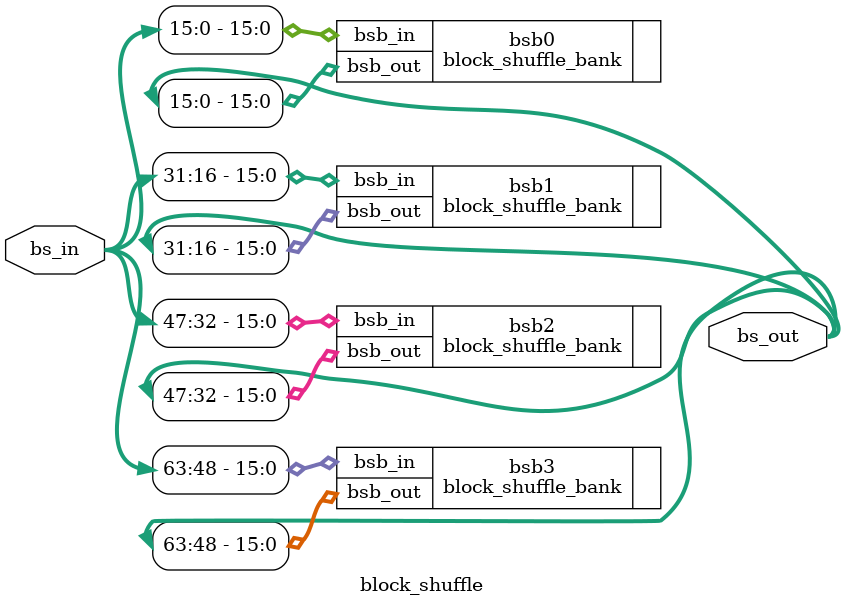
<source format=v>
`timescale 1ns/1ps


module block_shuffle(
    input [63:0] bs_in,
    output [63:0] bs_out
);


block_shuffle_bank bsb3(.bsb_in(bs_in[63:48]), .bsb_out(bs_out[63:48]));
block_shuffle_bank bsb2(.bsb_in(bs_in[47:32]), .bsb_out(bs_out[47:32]));
block_shuffle_bank bsb1(.bsb_in(bs_in[31:16]), .bsb_out(bs_out[31:16]));
block_shuffle_bank bsb0(.bsb_in(bs_in[15:0]), .bsb_out(bs_out[15:0]));

endmodule

</source>
